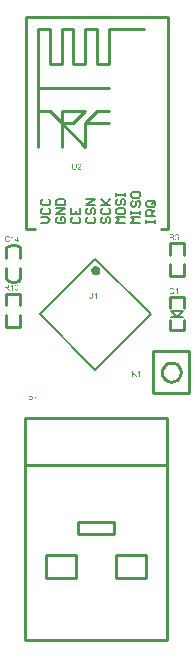
<source format=gto>
G04 Layer_Color=65535*
%FSLAX25Y25*%
%MOIN*%
G70*
G01*
G75*
%ADD15C,0.00600*%
%ADD16C,0.01000*%
%ADD36C,0.01575*%
%ADD37C,0.00787*%
%ADD38C,0.00500*%
G36*
X12289Y24412D02*
X12330D01*
X12376Y24409D01*
X12425Y24406D01*
X12471Y24402D01*
X12493Y24399D01*
X12513Y24396D01*
X12514D01*
X12519Y24394D01*
X12526Y24392D01*
X12536Y24391D01*
X12548Y24387D01*
X12562Y24384D01*
X12596Y24376D01*
X12632Y24363D01*
X12672Y24348D01*
X12712Y24328D01*
X12748Y24304D01*
X12750D01*
X12753Y24301D01*
X12758Y24298D01*
X12765Y24293D01*
X12781Y24278D01*
X12803Y24258D01*
X12828Y24231D01*
X12855Y24200D01*
X12879Y24162D01*
X12903Y24120D01*
Y24118D01*
X12906Y24115D01*
X12908Y24108D01*
X12913Y24100D01*
X12916Y24089D01*
X12921Y24075D01*
X12928Y24060D01*
X12933Y24044D01*
X12938Y24025D01*
X12944Y24006D01*
X12953Y23961D01*
X12959Y23911D01*
X12962Y23859D01*
Y23856D01*
Y23850D01*
X12961Y23836D01*
Y23818D01*
X12957Y23798D01*
X12954Y23773D01*
X12949Y23747D01*
X12943Y23717D01*
X12934Y23685D01*
X12924Y23652D01*
X12911Y23617D01*
X12896Y23582D01*
X12879Y23548D01*
X12858Y23513D01*
X12835Y23479D01*
X12806Y23446D01*
X12805Y23445D01*
X12800Y23440D01*
X12790Y23431D01*
X12776Y23420D01*
X12758Y23408D01*
X12735Y23393D01*
X12709Y23378D01*
X12677Y23363D01*
X12642Y23347D01*
X12601Y23332D01*
X12554Y23317D01*
X12503Y23305D01*
X12446Y23293D01*
X12385Y23285D01*
X12317Y23280D01*
X12244Y23279D01*
X11754D01*
Y22500D01*
X11500D01*
Y24414D01*
X12270D01*
X12289Y24412D01*
D02*
G37*
G36*
X46744Y32137D02*
X47582Y31000D01*
X47247D01*
X46566Y31966D01*
X46254Y31664D01*
Y31000D01*
X46000D01*
Y32914D01*
X46254D01*
Y31964D01*
X47203Y32914D01*
X47547D01*
X46744Y32137D01*
D02*
G37*
G36*
X14075Y22500D02*
X13839D01*
Y23996D01*
X13837Y23994D01*
X13836Y23992D01*
X13831Y23987D01*
X13824Y23982D01*
X13814Y23974D01*
X13804Y23966D01*
X13792Y23956D01*
X13779Y23944D01*
X13746Y23921D01*
X13708Y23893D01*
X13665Y23863D01*
X13615Y23833D01*
X13613Y23831D01*
X13608Y23830D01*
X13602Y23825D01*
X13592Y23820D01*
X13580Y23813D01*
X13567Y23806D01*
X13550Y23797D01*
X13533Y23788D01*
X13495Y23768D01*
X13454Y23748D01*
X13411Y23728D01*
X13369Y23712D01*
Y23939D01*
X13371Y23941D01*
X13377Y23944D01*
X13389Y23949D01*
X13402Y23956D01*
X13419Y23964D01*
X13439Y23976D01*
X13461Y23987D01*
X13485Y24002D01*
X13512Y24017D01*
X13539Y24035D01*
X13597Y24074D01*
X13656Y24117D01*
X13713Y24163D01*
X13714Y24165D01*
X13719Y24170D01*
X13726Y24177D01*
X13738Y24187D01*
X13749Y24198D01*
X13763Y24212D01*
X13778Y24228D01*
X13794Y24245D01*
X13829Y24284D01*
X13864Y24328D01*
X13895Y24374D01*
X13910Y24397D01*
X13922Y24421D01*
X14075D01*
Y22500D01*
D02*
G37*
G36*
X27504Y100808D02*
Y100805D01*
Y100795D01*
Y100780D01*
X27502Y100760D01*
Y100737D01*
X27501Y100709D01*
X27499Y100677D01*
X27496Y100642D01*
X27492Y100608D01*
X27487Y100569D01*
X27476Y100493D01*
X27459Y100418D01*
X27449Y100383D01*
X27438Y100350D01*
Y100349D01*
X27434Y100344D01*
X27431Y100334D01*
X27424Y100322D01*
X27418Y100307D01*
X27408Y100291D01*
X27398Y100272D01*
X27384Y100252D01*
X27369Y100231D01*
X27351Y100209D01*
X27333Y100186D01*
X27311Y100163D01*
X27286Y100139D01*
X27262Y100118D01*
X27233Y100095D01*
X27202Y100075D01*
X27200Y100073D01*
X27193Y100070D01*
X27185Y100065D01*
X27170Y100058D01*
X27154Y100050D01*
X27134Y100041D01*
X27110Y100031D01*
X27082Y100022D01*
X27052Y100012D01*
X27019Y100002D01*
X26981Y99993D01*
X26943Y99985D01*
X26900Y99978D01*
X26855Y99973D01*
X26807Y99970D01*
X26755Y99968D01*
X26729D01*
X26711Y99970D01*
X26687Y99972D01*
X26661Y99973D01*
X26632Y99977D01*
X26599Y99980D01*
X26566Y99985D01*
X26529Y99990D01*
X26456Y100007D01*
X26420Y100018D01*
X26384Y100030D01*
X26349Y100043D01*
X26315Y100060D01*
X26314Y100061D01*
X26309Y100065D01*
X26299Y100070D01*
X26287Y100076D01*
X26274Y100086D01*
X26257Y100098D01*
X26241Y100113D01*
X26222Y100128D01*
X26202Y100146D01*
X26183Y100166D01*
X26161Y100188D01*
X26141Y100213D01*
X26123Y100239D01*
X26105Y100267D01*
X26088Y100297D01*
X26073Y100329D01*
Y100330D01*
X26070Y100337D01*
X26066Y100347D01*
X26061Y100360D01*
X26056Y100379D01*
X26050Y100400D01*
X26043Y100425D01*
X26037Y100455D01*
X26030Y100486D01*
X26023Y100523D01*
X26017Y100563D01*
X26012Y100606D01*
X26007Y100651D01*
X26003Y100700D01*
X26002Y100754D01*
X26000Y100808D01*
Y101914D01*
X26254D01*
Y100810D01*
Y100807D01*
Y100798D01*
Y100787D01*
Y100769D01*
X26256Y100749D01*
Y100725D01*
X26257Y100699D01*
X26259Y100671D01*
X26266Y100611D01*
X26272Y100551D01*
X26279Y100521D01*
X26284Y100493D01*
X26291Y100467D01*
X26299Y100443D01*
Y100442D01*
X26300Y100438D01*
X26304Y100432D01*
X26307Y100423D01*
X26314Y100413D01*
X26319Y100403D01*
X26337Y100377D01*
X26359Y100347D01*
X26385Y100317D01*
X26418Y100287D01*
X26458Y100261D01*
X26460D01*
X26463Y100257D01*
X26470Y100256D01*
X26478Y100251D01*
X26490Y100246D01*
X26503Y100241D01*
X26518Y100236D01*
X26535Y100229D01*
X26554Y100222D01*
X26574Y100217D01*
X26598Y100213D01*
X26623Y100207D01*
X26676Y100201D01*
X26734Y100198D01*
X26745D01*
X26760Y100199D01*
X26779D01*
X26802Y100201D01*
X26828Y100204D01*
X26857Y100207D01*
X26888Y100214D01*
X26920Y100221D01*
X26953Y100229D01*
X26986Y100239D01*
X27019Y100251D01*
X27051Y100266D01*
X27079Y100282D01*
X27107Y100302D01*
X27130Y100324D01*
X27132Y100325D01*
X27135Y100330D01*
X27142Y100337D01*
X27149Y100349D01*
X27159Y100364D01*
X27169Y100383D01*
X27179Y100405D01*
X27190Y100432D01*
X27202Y100463D01*
X27212Y100498D01*
X27222Y100538D01*
X27232Y100583D01*
X27238Y100631D01*
X27245Y100686D01*
X27248Y100745D01*
X27250Y100810D01*
Y101914D01*
X27504D01*
Y100808D01*
D02*
G37*
G36*
X28492Y101919D02*
X28510D01*
X28533Y101916D01*
X28561Y101912D01*
X28591Y101907D01*
X28623Y101902D01*
X28658Y101894D01*
X28692Y101884D01*
X28729Y101871D01*
X28766Y101856D01*
X28802Y101839D01*
X28837Y101818D01*
X28870Y101795D01*
X28902Y101768D01*
X28903Y101766D01*
X28908Y101761D01*
X28917Y101753D01*
X28927Y101741D01*
X28940Y101726D01*
X28953Y101708D01*
X28966Y101687D01*
X28983Y101663D01*
X28998Y101637D01*
X29011Y101609D01*
X29026Y101577D01*
X29038Y101544D01*
X29048Y101509D01*
X29056Y101471D01*
X29061Y101431D01*
X29063Y101389D01*
Y101388D01*
Y101384D01*
Y101378D01*
Y101370D01*
X29061Y101359D01*
Y101346D01*
X29056Y101318D01*
X29051Y101283D01*
X29043Y101245D01*
X29031Y101204D01*
X29015Y101162D01*
Y101160D01*
X29013Y101157D01*
X29010Y101150D01*
X29006Y101144D01*
X29001Y101132D01*
X28995Y101120D01*
X28986Y101107D01*
X28978Y101092D01*
X28956Y101057D01*
X28930Y101018D01*
X28897Y100974D01*
X28859Y100930D01*
X28857Y100928D01*
X28853Y100925D01*
X28847Y100916D01*
X28839Y100906D01*
X28825Y100895D01*
X28810Y100880D01*
X28794Y100862D01*
X28774Y100842D01*
X28749Y100818D01*
X28722Y100794D01*
X28694Y100765D01*
X28661Y100735D01*
X28626Y100704D01*
X28586Y100669D01*
X28545Y100633D01*
X28498Y100593D01*
X28497Y100591D01*
X28488Y100584D01*
X28478Y100576D01*
X28463Y100564D01*
X28447Y100549D01*
X28429Y100533D01*
X28407Y100515D01*
X28385Y100496D01*
X28339Y100457D01*
X28294Y100417D01*
X28274Y100398D01*
X28254Y100380D01*
X28239Y100365D01*
X28226Y100352D01*
X28223Y100349D01*
X28216Y100342D01*
X28205Y100329D01*
X28191Y100312D01*
X28176Y100294D01*
X28160Y100272D01*
X28143Y100249D01*
X28128Y100226D01*
X29066D01*
Y100000D01*
X27801D01*
Y100002D01*
Y100003D01*
Y100008D01*
Y100015D01*
Y100031D01*
X27803Y100051D01*
X27806Y100076D01*
X27811Y100105D01*
X27818Y100133D01*
X27828Y100163D01*
Y100164D01*
X27829Y100169D01*
X27833Y100176D01*
X27838Y100184D01*
X27843Y100196D01*
X27849Y100211D01*
X27856Y100226D01*
X27866Y100242D01*
X27886Y100282D01*
X27914Y100324D01*
X27946Y100370D01*
X27982Y100417D01*
X27984Y100418D01*
X27987Y100422D01*
X27994Y100430D01*
X28002Y100438D01*
X28014Y100450D01*
X28027Y100465D01*
X28042Y100481D01*
X28060Y100500D01*
X28082Y100520D01*
X28103Y100541D01*
X28130Y100566D01*
X28156Y100591D01*
X28186Y100618D01*
X28218Y100646D01*
X28253Y100676D01*
X28289Y100706D01*
X28291D01*
X28293Y100709D01*
X28302Y100717D01*
X28319Y100730D01*
X28339Y100749D01*
X28365Y100770D01*
X28394Y100795D01*
X28425Y100823D01*
X28458Y100853D01*
X28493Y100885D01*
X28530Y100918D01*
X28565Y100951D01*
X28600Y100986D01*
X28631Y101019D01*
X28661Y101052D01*
X28688Y101082D01*
X28711Y101112D01*
X28712Y101114D01*
X28716Y101119D01*
X28721Y101127D01*
X28727Y101137D01*
X28736Y101150D01*
X28746Y101167D01*
X28756Y101184D01*
X28766Y101204D01*
X28785Y101247D01*
X28804Y101295D01*
X28810Y101320D01*
X28815Y101345D01*
X28819Y101370D01*
X28820Y101394D01*
Y101396D01*
Y101401D01*
Y101408D01*
X28819Y101418D01*
X28817Y101429D01*
X28815Y101444D01*
X28812Y101459D01*
X28809Y101476D01*
X28795Y101514D01*
X28789Y101532D01*
X28779Y101552D01*
X28767Y101572D01*
X28754Y101592D01*
X28739Y101612D01*
X28721Y101630D01*
X28719Y101632D01*
X28716Y101635D01*
X28711Y101638D01*
X28703Y101645D01*
X28692Y101652D01*
X28681Y101660D01*
X28668Y101670D01*
X28651Y101678D01*
X28633Y101687D01*
X28613Y101697D01*
X28591Y101705D01*
X28568Y101711D01*
X28545Y101718D01*
X28518Y101723D01*
X28490Y101725D01*
X28460Y101726D01*
X28444D01*
X28432Y101725D01*
X28419Y101723D01*
X28402Y101721D01*
X28382Y101718D01*
X28362Y101713D01*
X28319Y101701D01*
X28297Y101693D01*
X28274Y101683D01*
X28253Y101672D01*
X28231Y101657D01*
X28209Y101642D01*
X28190Y101623D01*
X28188Y101622D01*
X28185Y101619D01*
X28180Y101613D01*
X28175Y101605D01*
X28166Y101594D01*
X28158Y101582D01*
X28148Y101567D01*
X28140Y101550D01*
X28130Y101531D01*
X28120Y101509D01*
X28111Y101486D01*
X28105Y101461D01*
X28098Y101434D01*
X28093Y101404D01*
X28090Y101374D01*
X28088Y101341D01*
X27846Y101366D01*
Y101370D01*
X27848Y101378D01*
X27849Y101393D01*
X27853Y101411D01*
X27856Y101433D01*
X27863Y101459D01*
X27869Y101487D01*
X27878Y101519D01*
X27889Y101552D01*
X27901Y101585D01*
X27916Y101620D01*
X27934Y101653D01*
X27954Y101688D01*
X27975Y101720D01*
X28002Y101750D01*
X28030Y101778D01*
X28032Y101779D01*
X28038Y101785D01*
X28047Y101791D01*
X28060Y101799D01*
X28077Y101811D01*
X28097Y101823D01*
X28120Y101836D01*
X28146Y101849D01*
X28175Y101863D01*
X28208Y101876D01*
X28244Y101887D01*
X28282Y101899D01*
X28324Y101907D01*
X28369Y101914D01*
X28415Y101919D01*
X28465Y101921D01*
X28477D01*
X28492Y101919D01*
D02*
G37*
G36*
X61221Y58500D02*
X60985D01*
Y59996D01*
X60983Y59994D01*
X60982Y59992D01*
X60977Y59987D01*
X60970Y59982D01*
X60960Y59974D01*
X60950Y59966D01*
X60939Y59956D01*
X60925Y59944D01*
X60892Y59921D01*
X60854Y59893D01*
X60811Y59863D01*
X60761Y59833D01*
X60759Y59831D01*
X60754Y59830D01*
X60748Y59825D01*
X60738Y59820D01*
X60726Y59813D01*
X60713Y59806D01*
X60696Y59797D01*
X60680Y59788D01*
X60641Y59768D01*
X60600Y59748D01*
X60557Y59728D01*
X60515Y59712D01*
Y59939D01*
X60517Y59941D01*
X60523Y59944D01*
X60535Y59949D01*
X60548Y59956D01*
X60565Y59964D01*
X60585Y59976D01*
X60606Y59987D01*
X60631Y60002D01*
X60658Y60017D01*
X60685Y60036D01*
X60743Y60074D01*
X60802Y60117D01*
X60859Y60163D01*
X60861Y60165D01*
X60865Y60170D01*
X60872Y60177D01*
X60884Y60187D01*
X60895Y60198D01*
X60909Y60211D01*
X60924Y60228D01*
X60940Y60245D01*
X60975Y60285D01*
X61010Y60328D01*
X61041Y60374D01*
X61056Y60397D01*
X61068Y60421D01*
X61221D01*
Y58500D01*
D02*
G37*
G36*
X59235Y60412D02*
X59259D01*
X59285Y60411D01*
X59340Y60407D01*
X59396Y60402D01*
X59451Y60396D01*
X59476Y60391D01*
X59499Y60386D01*
X59501D01*
X59506Y60384D01*
X59516Y60382D01*
X59527Y60379D01*
X59541Y60374D01*
X59557Y60369D01*
X59576Y60362D01*
X59596Y60354D01*
X59640Y60336D01*
X59687Y60311D01*
X59735Y60283D01*
X59780Y60248D01*
X59781Y60246D01*
X59786Y60241D01*
X59795Y60235D01*
X59805Y60225D01*
X59818Y60213D01*
X59831Y60197D01*
X59848Y60180D01*
X59864Y60160D01*
X59883Y60137D01*
X59901Y60112D01*
X59921Y60085D01*
X59939Y60055D01*
X59957Y60026D01*
X59974Y59992D01*
X59991Y59957D01*
X60006Y59921D01*
X60007Y59919D01*
X60009Y59913D01*
X60012Y59901D01*
X60017Y59886D01*
X60024Y59866D01*
X60031Y59845D01*
X60037Y59818D01*
X60044Y59790D01*
X60050Y59757D01*
X60057Y59722D01*
X60064Y59685D01*
X60070Y59645D01*
X60075Y59604D01*
X60079Y59559D01*
X60082Y59513D01*
Y59466D01*
Y59465D01*
Y59456D01*
Y59444D01*
Y59430D01*
X60080Y59411D01*
X60079Y59388D01*
X60077Y59363D01*
X60075Y59337D01*
X60074Y59307D01*
X60069Y59277D01*
X60060Y59210D01*
X60047Y59144D01*
X60031Y59079D01*
Y59078D01*
X60029Y59073D01*
X60026Y59063D01*
X60021Y59051D01*
X60016Y59038D01*
X60011Y59021D01*
X60002Y59001D01*
X59996Y58981D01*
X59976Y58938D01*
X59954Y58892D01*
X59928Y58844D01*
X59899Y58801D01*
X59898Y58799D01*
X59896Y58795D01*
X59891Y58790D01*
X59886Y58782D01*
X59869Y58762D01*
X59848Y58737D01*
X59821Y58711D01*
X59791Y58681D01*
X59760Y58653D01*
X59725Y58628D01*
X59723D01*
X59720Y58625D01*
X59715Y58621D01*
X59708Y58618D01*
X59698Y58613D01*
X59689Y58606D01*
X59675Y58600D01*
X59660Y58593D01*
X59627Y58576D01*
X59589Y58561D01*
X59544Y58545D01*
X59496Y58531D01*
X59494D01*
X59489Y58530D01*
X59483Y58528D01*
X59473Y58527D01*
X59460Y58525D01*
X59444Y58522D01*
X59428Y58518D01*
X59408Y58517D01*
X59386Y58513D01*
X59363Y58510D01*
X59337Y58507D01*
X59310Y58505D01*
X59252Y58502D01*
X59189Y58500D01*
X58500D01*
Y60414D01*
X59214D01*
X59235Y60412D01*
D02*
G37*
G36*
X59411Y78412D02*
X59436Y78411D01*
X59463Y78409D01*
X59493Y78407D01*
X59556Y78401D01*
X59620Y78392D01*
X59652Y78386D01*
X59682Y78379D01*
X59710Y78371D01*
X59737Y78361D01*
X59738D01*
X59743Y78359D01*
X59750Y78356D01*
X59758Y78351D01*
X59770Y78344D01*
X59783Y78338D01*
X59813Y78319D01*
X59846Y78294D01*
X59864Y78280D01*
X59883Y78263D01*
X59899Y78245D01*
X59918Y78223D01*
X59934Y78202D01*
X59949Y78178D01*
X59951Y78177D01*
X59952Y78172D01*
X59956Y78165D01*
X59962Y78155D01*
X59967Y78143D01*
X59974Y78128D01*
X59982Y78112D01*
X59989Y78094D01*
X59997Y78074D01*
X60004Y78052D01*
X60017Y78002D01*
X60026Y77949D01*
X60027Y77921D01*
X60029Y77891D01*
Y77889D01*
Y77883D01*
Y77871D01*
X60027Y77858D01*
X60026Y77840D01*
X60022Y77820D01*
X60017Y77797D01*
X60012Y77772D01*
X60006Y77747D01*
X59997Y77718D01*
X59986Y77690D01*
X59972Y77660D01*
X59957Y77632D01*
X59939Y77602D01*
X59919Y77574D01*
X59896Y77548D01*
X59894Y77546D01*
X59889Y77541D01*
X59883Y77534D01*
X59871Y77526D01*
X59858Y77514D01*
X59840Y77501D01*
X59820Y77488D01*
X59797Y77473D01*
X59770Y77458D01*
X59740Y77443D01*
X59705Y77428D01*
X59669Y77415D01*
X59629Y77401D01*
X59586Y77390D01*
X59539Y77380D01*
X59489Y77372D01*
X59491D01*
X59494Y77370D01*
X59499Y77367D01*
X59506Y77363D01*
X59524Y77353D01*
X59546Y77342D01*
X59571Y77327D01*
X59597Y77310D01*
X59620Y77293D01*
X59642Y77275D01*
X59644Y77274D01*
X59647Y77270D01*
X59654Y77265D01*
X59660Y77257D01*
X59670Y77247D01*
X59682Y77235D01*
X59695Y77222D01*
X59710Y77205D01*
X59725Y77187D01*
X59742Y77169D01*
X59777Y77126D01*
X59815Y77076D01*
X59851Y77021D01*
X60183Y76500D01*
X59866D01*
X59614Y76898D01*
X59612Y76900D01*
X59609Y76907D01*
X59604Y76915D01*
X59596Y76927D01*
X59586Y76942D01*
X59576Y76958D01*
X59562Y76976D01*
X59549Y76995D01*
X59521Y77038D01*
X59489Y77081D01*
X59460Y77122D01*
X59444Y77142D01*
X59431Y77161D01*
Y77162D01*
X59428Y77164D01*
X59425Y77169D01*
X59420Y77176D01*
X59406Y77192D01*
X59388Y77212D01*
X59368Y77232D01*
X59347Y77254D01*
X59323Y77274D01*
X59302Y77289D01*
X59300Y77290D01*
X59292Y77295D01*
X59280Y77300D01*
X59267Y77308D01*
X59249Y77317D01*
X59230Y77325D01*
X59209Y77333D01*
X59187Y77340D01*
X59186D01*
X59179Y77342D01*
X59169Y77343D01*
X59154Y77345D01*
X59134Y77347D01*
X59109Y77348D01*
X59081Y77350D01*
X58754D01*
Y76500D01*
X58500D01*
Y78414D01*
X59390D01*
X59411Y78412D01*
D02*
G37*
G36*
X48585Y31000D02*
X48349D01*
Y32496D01*
X48347Y32494D01*
X48346Y32492D01*
X48341Y32487D01*
X48334Y32482D01*
X48324Y32474D01*
X48314Y32466D01*
X48302Y32456D01*
X48289Y32444D01*
X48256Y32421D01*
X48218Y32393D01*
X48175Y32363D01*
X48125Y32333D01*
X48123Y32331D01*
X48118Y32330D01*
X48112Y32325D01*
X48102Y32320D01*
X48090Y32313D01*
X48077Y32306D01*
X48060Y32296D01*
X48044Y32288D01*
X48005Y32268D01*
X47964Y32248D01*
X47921Y32228D01*
X47879Y32212D01*
Y32439D01*
X47881Y32441D01*
X47887Y32444D01*
X47899Y32449D01*
X47912Y32456D01*
X47929Y32464D01*
X47949Y32476D01*
X47970Y32487D01*
X47995Y32502D01*
X48022Y32517D01*
X48048Y32535D01*
X48107Y32574D01*
X48166Y32617D01*
X48223Y32663D01*
X48224Y32665D01*
X48229Y32670D01*
X48236Y32677D01*
X48248Y32687D01*
X48259Y32698D01*
X48272Y32711D01*
X48287Y32728D01*
X48304Y32745D01*
X48339Y32785D01*
X48374Y32828D01*
X48405Y32874D01*
X48420Y32897D01*
X48432Y32921D01*
X48585D01*
Y31000D01*
D02*
G37*
G36*
X60957Y78419D02*
X60970D01*
X60987Y78417D01*
X61005Y78416D01*
X61025Y78412D01*
X61070Y78404D01*
X61120Y78392D01*
X61169Y78376D01*
X61219Y78353D01*
X61221D01*
X61226Y78349D01*
X61232Y78346D01*
X61241Y78341D01*
X61252Y78334D01*
X61264Y78326D01*
X61294Y78304D01*
X61325Y78280D01*
X61358Y78248D01*
X61392Y78211D01*
X61420Y78170D01*
X61422Y78168D01*
X61423Y78165D01*
X61427Y78158D01*
X61432Y78150D01*
X61436Y78138D01*
X61443Y78127D01*
X61450Y78112D01*
X61457Y78095D01*
X61468Y78059D01*
X61480Y78017D01*
X61488Y77971D01*
X61491Y77947D01*
Y77923D01*
Y77921D01*
Y77918D01*
Y77911D01*
X61490Y77903D01*
Y77891D01*
X61488Y77878D01*
X61483Y77848D01*
X61475Y77813D01*
X61463Y77775D01*
X61446Y77737D01*
X61423Y77697D01*
Y77695D01*
X61420Y77692D01*
X61417Y77687D01*
X61412Y77680D01*
X61395Y77662D01*
X61374Y77639D01*
X61347Y77614D01*
X61312Y77586D01*
X61272Y77561D01*
X61227Y77536D01*
X61229D01*
X61236Y77534D01*
X61244Y77531D01*
X61256Y77527D01*
X61269Y77523D01*
X61286Y77518D01*
X61304Y77509D01*
X61324Y77501D01*
X61367Y77479D01*
X61388Y77466D01*
X61410Y77451D01*
X61432Y77435D01*
X61453Y77415D01*
X61473Y77395D01*
X61491Y77373D01*
X61493Y77372D01*
X61495Y77368D01*
X61500Y77360D01*
X61506Y77352D01*
X61513Y77338D01*
X61521Y77325D01*
X61529Y77308D01*
X61540Y77289D01*
X61548Y77267D01*
X61556Y77244D01*
X61564Y77219D01*
X61571Y77191D01*
X61578Y77162D01*
X61583Y77131D01*
X61584Y77099D01*
X61586Y77064D01*
Y77061D01*
Y77053D01*
X61584Y77039D01*
X61583Y77023D01*
X61581Y77001D01*
X61576Y76976D01*
X61571Y76948D01*
X61563Y76917D01*
X61553Y76885D01*
X61541Y76850D01*
X61526Y76815D01*
X61508Y76779D01*
X61486Y76744D01*
X61463Y76708D01*
X61435Y76673D01*
X61402Y76639D01*
X61400Y76638D01*
X61393Y76633D01*
X61383Y76623D01*
X61369Y76613D01*
X61350Y76600D01*
X61329Y76585D01*
X61304Y76570D01*
X61276Y76553D01*
X61244Y76537D01*
X61209Y76522D01*
X61171Y76507D01*
X61129Y76493D01*
X61086Y76483D01*
X61040Y76475D01*
X60992Y76468D01*
X60940Y76467D01*
X60929D01*
X60915Y76468D01*
X60899D01*
X60877Y76472D01*
X60852Y76475D01*
X60824Y76480D01*
X60794Y76485D01*
X60761Y76493D01*
X60728Y76503D01*
X60693Y76515D01*
X60658Y76530D01*
X60622Y76547D01*
X60588Y76566D01*
X60553Y76590D01*
X60522Y76616D01*
X60520Y76618D01*
X60515Y76623D01*
X60507Y76631D01*
X60495Y76644D01*
X60482Y76659D01*
X60469Y76676D01*
X60452Y76697D01*
X60436Y76722D01*
X60419Y76749D01*
X60402Y76777D01*
X60387Y76810D01*
X60373Y76845D01*
X60359Y76882D01*
X60348Y76922D01*
X60339Y76963D01*
X60333Y77006D01*
X60568Y77038D01*
Y77036D01*
X60570Y77030D01*
X60573Y77020D01*
X60577Y77005D01*
X60580Y76988D01*
X60587Y76970D01*
X60593Y76948D01*
X60600Y76927D01*
X60620Y76878D01*
X60643Y76832D01*
X60656Y76809D01*
X60671Y76787D01*
X60688Y76767D01*
X60704Y76749D01*
X60706Y76747D01*
X60710Y76746D01*
X60714Y76741D01*
X60723Y76736D01*
X60731Y76729D01*
X60743Y76721D01*
X60756Y76713D01*
X60771Y76706D01*
X60806Y76689D01*
X60846Y76674D01*
X60892Y76664D01*
X60917Y76663D01*
X60942Y76661D01*
X60958D01*
X60970Y76663D01*
X60983Y76664D01*
X61000Y76668D01*
X61018Y76671D01*
X61040Y76676D01*
X61061Y76681D01*
X61083Y76689D01*
X61106Y76697D01*
X61131Y76709D01*
X61154Y76722D01*
X61178Y76737D01*
X61201Y76756D01*
X61222Y76776D01*
X61224Y76777D01*
X61227Y76780D01*
X61232Y76787D01*
X61241Y76796D01*
X61249Y76807D01*
X61259Y76820D01*
X61269Y76837D01*
X61281Y76854D01*
X61291Y76873D01*
X61300Y76895D01*
X61310Y76918D01*
X61319Y76943D01*
X61327Y76970D01*
X61332Y76998D01*
X61335Y77028D01*
X61337Y77059D01*
Y77061D01*
Y77066D01*
Y77074D01*
X61335Y77086D01*
X61334Y77101D01*
X61332Y77116D01*
X61329Y77134D01*
X61324Y77154D01*
X61310Y77196D01*
X61302Y77219D01*
X61292Y77240D01*
X61281Y77264D01*
X61266Y77285D01*
X61249Y77307D01*
X61231Y77327D01*
X61229Y77328D01*
X61226Y77332D01*
X61219Y77337D01*
X61212Y77343D01*
X61201Y77352D01*
X61189Y77360D01*
X61174Y77370D01*
X61158Y77380D01*
X61139Y77388D01*
X61118Y77398D01*
X61096Y77406D01*
X61073Y77415D01*
X61046Y77421D01*
X61020Y77426D01*
X60992Y77430D01*
X60962Y77431D01*
X60950D01*
X60935Y77430D01*
X60917Y77428D01*
X60892Y77425D01*
X60864Y77421D01*
X60832Y77415D01*
X60796Y77406D01*
X60822Y77612D01*
X60826D01*
X60836Y77610D01*
X60849Y77609D01*
X60875D01*
X60885Y77610D01*
X60899D01*
X60914Y77614D01*
X60932Y77615D01*
X60950Y77619D01*
X60992Y77629D01*
X61036Y77642D01*
X61083Y77662D01*
X61106Y77674D01*
X61129Y77687D01*
X61131Y77689D01*
X61134Y77690D01*
X61141Y77695D01*
X61148Y77702D01*
X61158Y77710D01*
X61168Y77720D01*
X61178Y77732D01*
X61189Y77747D01*
X61201Y77763D01*
X61211Y77780D01*
X61221Y77800D01*
X61231Y77821D01*
X61237Y77846D01*
X61244Y77871D01*
X61247Y77899D01*
X61249Y77929D01*
Y77931D01*
Y77934D01*
Y77941D01*
X61247Y77951D01*
X61246Y77961D01*
X61244Y77974D01*
X61237Y78004D01*
X61227Y78037D01*
X61212Y78074D01*
X61203Y78090D01*
X61191Y78109D01*
X61176Y78125D01*
X61161Y78142D01*
X61159Y78143D01*
X61158Y78145D01*
X61153Y78150D01*
X61144Y78155D01*
X61136Y78162D01*
X61126Y78168D01*
X61115Y78177D01*
X61100Y78185D01*
X61068Y78202D01*
X61028Y78215D01*
X60985Y78225D01*
X60960Y78226D01*
X60935Y78228D01*
X60922D01*
X60912Y78226D01*
X60900Y78225D01*
X60887Y78223D01*
X60856Y78218D01*
X60821Y78206D01*
X60782Y78192D01*
X60763Y78182D01*
X60744Y78170D01*
X60726Y78157D01*
X60708Y78142D01*
X60706Y78140D01*
X60704Y78138D01*
X60699Y78133D01*
X60693Y78125D01*
X60686Y78117D01*
X60678Y78105D01*
X60668Y78092D01*
X60660Y78077D01*
X60650Y78060D01*
X60640Y78040D01*
X60630Y78019D01*
X60620Y77996D01*
X60611Y77971D01*
X60603Y77944D01*
X60597Y77914D01*
X60592Y77883D01*
X60356Y77924D01*
Y77928D01*
X60357Y77934D01*
X60361Y77947D01*
X60364Y77962D01*
X60371Y77982D01*
X60378Y78006D01*
X60386Y78031D01*
X60396Y78059D01*
X60407Y78087D01*
X60422Y78117D01*
X60437Y78147D01*
X60456Y78178D01*
X60475Y78208D01*
X60499Y78236D01*
X60523Y78265D01*
X60550Y78290D01*
X60552Y78291D01*
X60557Y78294D01*
X60565Y78301D01*
X60578Y78309D01*
X60593Y78319D01*
X60610Y78331D01*
X60631Y78343D01*
X60655Y78356D01*
X60681Y78368D01*
X60710Y78379D01*
X60741Y78391D01*
X60774Y78401D01*
X60811Y78409D01*
X60849Y78416D01*
X60889Y78419D01*
X60930Y78421D01*
X60945D01*
X60957Y78419D01*
D02*
G37*
G36*
X34216Y57000D02*
X33980D01*
Y58496D01*
X33978Y58494D01*
X33977Y58492D01*
X33972Y58487D01*
X33965Y58482D01*
X33955Y58474D01*
X33945Y58466D01*
X33934Y58456D01*
X33920Y58444D01*
X33887Y58421D01*
X33849Y58393D01*
X33806Y58363D01*
X33756Y58333D01*
X33754Y58331D01*
X33749Y58330D01*
X33743Y58325D01*
X33733Y58320D01*
X33721Y58313D01*
X33708Y58306D01*
X33691Y58297D01*
X33675Y58288D01*
X33636Y58268D01*
X33595Y58248D01*
X33552Y58228D01*
X33510Y58212D01*
Y58439D01*
X33512Y58441D01*
X33519Y58444D01*
X33530Y58449D01*
X33544Y58456D01*
X33560Y58464D01*
X33580Y58476D01*
X33602Y58487D01*
X33626Y58502D01*
X33653Y58517D01*
X33680Y58535D01*
X33738Y58574D01*
X33797Y58617D01*
X33854Y58663D01*
X33856Y58665D01*
X33860Y58670D01*
X33867Y58677D01*
X33879Y58687D01*
X33890Y58698D01*
X33904Y58711D01*
X33919Y58728D01*
X33935Y58745D01*
X33970Y58785D01*
X34005Y58828D01*
X34036Y58874D01*
X34051Y58897D01*
X34063Y58921D01*
X34216D01*
Y57000D01*
D02*
G37*
G36*
X6216Y59700D02*
X5980D01*
Y61196D01*
X5978Y61194D01*
X5977Y61192D01*
X5972Y61187D01*
X5965Y61182D01*
X5955Y61174D01*
X5945Y61166D01*
X5934Y61156D01*
X5920Y61144D01*
X5887Y61121D01*
X5849Y61093D01*
X5806Y61063D01*
X5756Y61033D01*
X5754Y61031D01*
X5749Y61030D01*
X5743Y61025D01*
X5733Y61020D01*
X5721Y61013D01*
X5708Y61006D01*
X5691Y60997D01*
X5675Y60988D01*
X5636Y60968D01*
X5595Y60948D01*
X5552Y60928D01*
X5510Y60912D01*
Y61139D01*
X5512Y61141D01*
X5519Y61144D01*
X5530Y61149D01*
X5544Y61156D01*
X5560Y61164D01*
X5580Y61176D01*
X5602Y61187D01*
X5627Y61202D01*
X5653Y61217D01*
X5680Y61235D01*
X5738Y61274D01*
X5797Y61317D01*
X5854Y61363D01*
X5855Y61365D01*
X5861Y61370D01*
X5867Y61377D01*
X5879Y61387D01*
X5890Y61398D01*
X5904Y61411D01*
X5919Y61428D01*
X5935Y61445D01*
X5970Y61484D01*
X6005Y61528D01*
X6036Y61574D01*
X6051Y61597D01*
X6063Y61621D01*
X6216D01*
Y59700D01*
D02*
G37*
G36*
X6394Y75900D02*
X6158D01*
Y77396D01*
X6156Y77394D01*
X6155Y77392D01*
X6150Y77387D01*
X6143Y77382D01*
X6133Y77374D01*
X6123Y77366D01*
X6112Y77356D01*
X6098Y77344D01*
X6065Y77321D01*
X6027Y77293D01*
X5984Y77263D01*
X5934Y77233D01*
X5932Y77231D01*
X5927Y77230D01*
X5921Y77225D01*
X5911Y77220D01*
X5899Y77213D01*
X5886Y77206D01*
X5869Y77197D01*
X5853Y77188D01*
X5814Y77168D01*
X5773Y77148D01*
X5730Y77128D01*
X5688Y77112D01*
Y77339D01*
X5690Y77341D01*
X5697Y77344D01*
X5708Y77349D01*
X5722Y77356D01*
X5738Y77364D01*
X5758Y77376D01*
X5780Y77387D01*
X5804Y77402D01*
X5831Y77417D01*
X5858Y77435D01*
X5916Y77474D01*
X5976Y77517D01*
X6032Y77563D01*
X6034Y77565D01*
X6038Y77570D01*
X6045Y77577D01*
X6057Y77587D01*
X6068Y77598D01*
X6082Y77612D01*
X6097Y77628D01*
X6113Y77645D01*
X6148Y77684D01*
X6183Y77728D01*
X6214Y77774D01*
X6229Y77797D01*
X6241Y77821D01*
X6394D01*
Y75900D01*
D02*
G37*
G36*
X7984Y76574D02*
X8243D01*
Y76358D01*
X7984D01*
Y75900D01*
X7748D01*
Y76358D01*
X6918D01*
Y76574D01*
X7791Y77814D01*
X7984D01*
Y76574D01*
D02*
G37*
G36*
X4411Y61612D02*
X4436Y61611D01*
X4463Y61609D01*
X4493Y61607D01*
X4556Y61601D01*
X4620Y61592D01*
X4652Y61586D01*
X4682Y61579D01*
X4710Y61571D01*
X4737Y61561D01*
X4738D01*
X4743Y61559D01*
X4750Y61556D01*
X4758Y61551D01*
X4770Y61544D01*
X4783Y61538D01*
X4813Y61519D01*
X4846Y61494D01*
X4865Y61480D01*
X4883Y61463D01*
X4899Y61445D01*
X4918Y61423D01*
X4934Y61401D01*
X4949Y61378D01*
X4951Y61377D01*
X4953Y61372D01*
X4956Y61365D01*
X4963Y61355D01*
X4967Y61343D01*
X4974Y61329D01*
X4982Y61312D01*
X4989Y61294D01*
X4997Y61274D01*
X5004Y61252D01*
X5017Y61202D01*
X5026Y61149D01*
X5027Y61121D01*
X5029Y61091D01*
Y61089D01*
Y61083D01*
Y61071D01*
X5027Y61058D01*
X5026Y61040D01*
X5022Y61020D01*
X5017Y60997D01*
X5012Y60972D01*
X5006Y60947D01*
X4997Y60918D01*
X4986Y60890D01*
X4972Y60860D01*
X4958Y60832D01*
X4939Y60802D01*
X4919Y60774D01*
X4896Y60747D01*
X4894Y60746D01*
X4889Y60741D01*
X4883Y60734D01*
X4871Y60726D01*
X4858Y60714D01*
X4840Y60701D01*
X4820Y60688D01*
X4797Y60673D01*
X4770Y60658D01*
X4740Y60643D01*
X4705Y60628D01*
X4669Y60615D01*
X4629Y60601D01*
X4586Y60590D01*
X4539Y60580D01*
X4489Y60571D01*
X4491D01*
X4494Y60570D01*
X4499Y60567D01*
X4506Y60563D01*
X4524Y60553D01*
X4546Y60542D01*
X4571Y60527D01*
X4597Y60510D01*
X4620Y60493D01*
X4642Y60475D01*
X4644Y60474D01*
X4647Y60470D01*
X4654Y60465D01*
X4660Y60457D01*
X4670Y60447D01*
X4682Y60435D01*
X4695Y60422D01*
X4710Y60405D01*
X4725Y60387D01*
X4742Y60369D01*
X4777Y60326D01*
X4815Y60276D01*
X4851Y60221D01*
X5183Y59700D01*
X4866D01*
X4614Y60098D01*
X4612Y60100D01*
X4609Y60107D01*
X4604Y60115D01*
X4596Y60127D01*
X4586Y60142D01*
X4576Y60158D01*
X4562Y60176D01*
X4549Y60195D01*
X4521Y60238D01*
X4489Y60281D01*
X4459Y60322D01*
X4445Y60342D01*
X4431Y60361D01*
Y60362D01*
X4428Y60364D01*
X4425Y60369D01*
X4420Y60376D01*
X4406Y60392D01*
X4388Y60412D01*
X4368Y60432D01*
X4347Y60454D01*
X4323Y60474D01*
X4302Y60488D01*
X4300Y60490D01*
X4292Y60495D01*
X4280Y60500D01*
X4267Y60508D01*
X4249Y60517D01*
X4230Y60525D01*
X4209Y60533D01*
X4187Y60540D01*
X4186D01*
X4179Y60542D01*
X4169Y60543D01*
X4154Y60545D01*
X4134Y60547D01*
X4109Y60548D01*
X4081Y60550D01*
X3754D01*
Y59700D01*
X3500D01*
Y61614D01*
X4390D01*
X4411Y61612D01*
D02*
G37*
G36*
X7469Y61619D02*
X7482D01*
X7497Y61617D01*
X7514Y61616D01*
X7534Y61612D01*
X7575Y61606D01*
X7620Y61594D01*
X7667Y61579D01*
X7711Y61558D01*
X7713D01*
X7716Y61554D01*
X7723Y61551D01*
X7731Y61546D01*
X7741Y61539D01*
X7753Y61533D01*
X7779Y61513D01*
X7811Y61486D01*
X7843Y61456D01*
X7874Y61420D01*
X7904Y61378D01*
X7906Y61377D01*
X7907Y61373D01*
X7911Y61367D01*
X7917Y61358D01*
X7922Y61347D01*
X7931Y61333D01*
X7939Y61317D01*
X7947Y61299D01*
X7957Y61280D01*
X7967Y61259D01*
X7977Y61234D01*
X7987Y61209D01*
X8005Y61154D01*
X8023Y61094D01*
Y61093D01*
X8025Y61086D01*
X8027Y61078D01*
X8030Y61064D01*
X8033Y61046D01*
X8037Y61026D01*
X8042Y61003D01*
X8045Y60975D01*
X8048Y60945D01*
X8053Y60910D01*
X8057Y60874D01*
X8060Y60834D01*
X8063Y60791D01*
X8065Y60744D01*
X8067Y60694D01*
Y60643D01*
Y60641D01*
Y60640D01*
Y60635D01*
Y60628D01*
Y60610D01*
X8065Y60586D01*
Y60558D01*
X8063Y60525D01*
X8062Y60488D01*
X8058Y60449D01*
X8055Y60405D01*
X8050Y60362D01*
X8037Y60271D01*
X8030Y60226D01*
X8020Y60181D01*
X8009Y60138D01*
X7997Y60098D01*
Y60097D01*
X7994Y60090D01*
X7990Y60079D01*
X7984Y60065D01*
X7977Y60047D01*
X7967Y60027D01*
X7957Y60005D01*
X7946Y59982D01*
X7916Y59931D01*
X7881Y59878D01*
X7838Y59826D01*
X7814Y59801D01*
X7789Y59780D01*
X7788Y59778D01*
X7783Y59775D01*
X7776Y59770D01*
X7764Y59763D01*
X7751Y59753D01*
X7735Y59745D01*
X7716Y59735D01*
X7695Y59725D01*
X7670Y59713D01*
X7645Y59703D01*
X7615Y59695D01*
X7585Y59687D01*
X7552Y59678D01*
X7517Y59673D01*
X7481Y59670D01*
X7442Y59668D01*
X7431D01*
X7416Y59670D01*
X7396Y59672D01*
X7373Y59675D01*
X7346Y59678D01*
X7316Y59685D01*
X7285Y59693D01*
X7250Y59703D01*
X7215Y59717D01*
X7179Y59732D01*
X7142Y59751D01*
X7106Y59773D01*
X7072Y59800D01*
X7039Y59829D01*
X7008Y59864D01*
X7006Y59868D01*
X6999Y59876D01*
X6991Y59891D01*
X6978Y59911D01*
X6964Y59937D01*
X6948Y59969D01*
X6931Y60007D01*
X6913Y60052D01*
X6895Y60103D01*
X6878Y60160D01*
X6861Y60225D01*
X6848Y60294D01*
X6842Y60333D01*
X6837Y60371D01*
X6832Y60412D01*
X6827Y60455D01*
X6823Y60500D01*
X6820Y60545D01*
X6818Y60593D01*
Y60643D01*
Y60645D01*
Y60646D01*
Y60651D01*
Y60658D01*
Y60676D01*
X6820Y60699D01*
Y60728D01*
X6822Y60761D01*
X6825Y60797D01*
X6827Y60839D01*
X6832Y60880D01*
X6835Y60925D01*
X6848Y61016D01*
X6857Y61061D01*
X6865Y61106D01*
X6876Y61149D01*
X6888Y61189D01*
X6890Y61191D01*
X6891Y61199D01*
X6895Y61209D01*
X6901Y61224D01*
X6908Y61241D01*
X6918Y61260D01*
X6928Y61282D01*
X6939Y61307D01*
X6969Y61358D01*
X7004Y61411D01*
X7047Y61463D01*
X7071Y61486D01*
X7096Y61508D01*
X7097Y61509D01*
X7102Y61513D01*
X7111Y61518D01*
X7120Y61526D01*
X7134Y61534D01*
X7150Y61544D01*
X7169Y61554D01*
X7190Y61564D01*
X7215Y61574D01*
X7242Y61586D01*
X7270Y61594D01*
X7300Y61602D01*
X7333Y61611D01*
X7368Y61616D01*
X7404Y61619D01*
X7442Y61621D01*
X7457D01*
X7469Y61619D01*
D02*
G37*
G36*
X33004Y57808D02*
Y57805D01*
Y57795D01*
Y57780D01*
X33002Y57760D01*
Y57737D01*
X33001Y57709D01*
X32999Y57677D01*
X32996Y57642D01*
X32992Y57608D01*
X32987Y57569D01*
X32976Y57493D01*
X32959Y57418D01*
X32949Y57384D01*
X32938Y57350D01*
Y57349D01*
X32934Y57344D01*
X32931Y57334D01*
X32924Y57322D01*
X32918Y57307D01*
X32908Y57291D01*
X32898Y57272D01*
X32884Y57252D01*
X32869Y57231D01*
X32851Y57209D01*
X32833Y57186D01*
X32811Y57163D01*
X32787Y57139D01*
X32762Y57118D01*
X32733Y57095D01*
X32702Y57075D01*
X32700Y57073D01*
X32693Y57070D01*
X32685Y57065D01*
X32670Y57058D01*
X32654Y57050D01*
X32634Y57042D01*
X32610Y57032D01*
X32582Y57022D01*
X32552Y57012D01*
X32519Y57002D01*
X32481Y56993D01*
X32443Y56985D01*
X32400Y56978D01*
X32355Y56973D01*
X32307Y56970D01*
X32255Y56968D01*
X32229D01*
X32210Y56970D01*
X32187Y56972D01*
X32161Y56973D01*
X32133Y56977D01*
X32099Y56980D01*
X32066Y56985D01*
X32030Y56990D01*
X31956Y57007D01*
X31920Y57018D01*
X31883Y57030D01*
X31849Y57043D01*
X31815Y57060D01*
X31814Y57061D01*
X31809Y57065D01*
X31799Y57070D01*
X31787Y57076D01*
X31774Y57086D01*
X31757Y57098D01*
X31741Y57113D01*
X31722Y57128D01*
X31703Y57146D01*
X31683Y57166D01*
X31661Y57188D01*
X31641Y57213D01*
X31623Y57239D01*
X31605Y57267D01*
X31588Y57297D01*
X31573Y57329D01*
Y57330D01*
X31570Y57337D01*
X31566Y57347D01*
X31561Y57360D01*
X31556Y57379D01*
X31550Y57400D01*
X31543Y57425D01*
X31536Y57455D01*
X31530Y57486D01*
X31523Y57523D01*
X31517Y57563D01*
X31512Y57606D01*
X31507Y57651D01*
X31503Y57701D01*
X31502Y57754D01*
X31500Y57808D01*
Y58914D01*
X31754D01*
Y57810D01*
Y57807D01*
Y57798D01*
Y57787D01*
Y57769D01*
X31756Y57749D01*
Y57725D01*
X31757Y57699D01*
X31759Y57671D01*
X31766Y57611D01*
X31772Y57551D01*
X31779Y57521D01*
X31784Y57493D01*
X31791Y57467D01*
X31799Y57443D01*
Y57442D01*
X31800Y57438D01*
X31804Y57432D01*
X31807Y57423D01*
X31814Y57413D01*
X31819Y57403D01*
X31837Y57377D01*
X31859Y57347D01*
X31885Y57317D01*
X31918Y57287D01*
X31958Y57261D01*
X31960D01*
X31963Y57257D01*
X31970Y57256D01*
X31978Y57251D01*
X31990Y57246D01*
X32003Y57241D01*
X32018Y57236D01*
X32035Y57229D01*
X32054Y57222D01*
X32074Y57218D01*
X32098Y57213D01*
X32122Y57208D01*
X32176Y57201D01*
X32234Y57197D01*
X32245D01*
X32260Y57199D01*
X32278D01*
X32302Y57201D01*
X32328Y57204D01*
X32357Y57208D01*
X32388Y57214D01*
X32420Y57221D01*
X32453Y57229D01*
X32486Y57239D01*
X32519Y57251D01*
X32551Y57266D01*
X32579Y57282D01*
X32607Y57302D01*
X32631Y57324D01*
X32632Y57325D01*
X32635Y57330D01*
X32642Y57337D01*
X32649Y57349D01*
X32659Y57363D01*
X32669Y57384D01*
X32679Y57405D01*
X32690Y57432D01*
X32702Y57463D01*
X32712Y57498D01*
X32722Y57538D01*
X32732Y57583D01*
X32738Y57631D01*
X32745Y57686D01*
X32748Y57745D01*
X32750Y57810D01*
Y58914D01*
X33004D01*
Y57808D01*
D02*
G37*
G36*
X4530Y77846D02*
X4549D01*
X4574Y77842D01*
X4603Y77839D01*
X4634Y77836D01*
X4669Y77829D01*
X4707Y77821D01*
X4745Y77811D01*
X4785Y77799D01*
X4827Y77784D01*
X4867Y77767D01*
X4908Y77748D01*
X4946Y77726D01*
X4984Y77699D01*
X4986Y77698D01*
X4993Y77693D01*
X5003Y77684D01*
X5016Y77673D01*
X5033Y77658D01*
X5051Y77640D01*
X5071Y77618D01*
X5092Y77593D01*
X5114Y77565D01*
X5137Y77535D01*
X5160Y77500D01*
X5182Y77464D01*
X5204Y77424D01*
X5223Y77382D01*
X5242Y77336D01*
X5258Y77288D01*
X5009Y77230D01*
Y77231D01*
X5006Y77240D01*
X5003Y77250D01*
X4996Y77264D01*
X4989Y77281D01*
X4981Y77301D01*
X4971Y77323D01*
X4959Y77346D01*
X4931Y77396D01*
X4898Y77446D01*
X4880Y77470D01*
X4860Y77494D01*
X4838Y77515D01*
X4815Y77533D01*
X4814Y77535D01*
X4810Y77538D01*
X4802Y77542D01*
X4792Y77548D01*
X4780Y77555D01*
X4765Y77563D01*
X4747Y77573D01*
X4729Y77582D01*
X4706Y77590D01*
X4682Y77600D01*
X4656Y77608D01*
X4628Y77615D01*
X4598Y77621D01*
X4566Y77626D01*
X4531Y77628D01*
X4496Y77630D01*
X4475D01*
X4460Y77628D01*
X4440Y77626D01*
X4418Y77625D01*
X4394Y77621D01*
X4367Y77616D01*
X4339Y77612D01*
X4309Y77603D01*
X4279Y77595D01*
X4247Y77585D01*
X4217Y77573D01*
X4186Y77558D01*
X4156Y77542D01*
X4128Y77523D01*
X4126Y77522D01*
X4121Y77518D01*
X4115Y77512D01*
X4105Y77504D01*
X4091Y77494D01*
X4078Y77480D01*
X4063Y77465D01*
X4047Y77449D01*
X4030Y77429D01*
X4012Y77407D01*
X3995Y77384D01*
X3979Y77359D01*
X3962Y77333D01*
X3947Y77303D01*
X3932Y77273D01*
X3920Y77240D01*
Y77238D01*
X3917Y77231D01*
X3915Y77221D01*
X3910Y77210D01*
X3907Y77193D01*
X3902Y77173D01*
X3895Y77152D01*
X3890Y77127D01*
X3886Y77100D01*
X3879Y77072D01*
X3874Y77042D01*
X3871Y77011D01*
X3864Y76942D01*
X3861Y76873D01*
Y76869D01*
Y76863D01*
Y76850D01*
X3862Y76831D01*
Y76811D01*
X3864Y76786D01*
X3867Y76758D01*
X3869Y76728D01*
X3874Y76695D01*
X3877Y76662D01*
X3890Y76591D01*
X3907Y76517D01*
X3930Y76446D01*
X3932Y76445D01*
X3934Y76438D01*
X3939Y76429D01*
X3944Y76416D01*
X3952Y76401D01*
X3960Y76385D01*
X3972Y76365D01*
X3985Y76345D01*
X4000Y76323D01*
X4015Y76300D01*
X4033Y76279D01*
X4053Y76255D01*
X4075Y76234D01*
X4098Y76214D01*
X4125Y76194D01*
X4151Y76176D01*
X4153Y76174D01*
X4158Y76172D01*
X4166Y76167D01*
X4178Y76162D01*
X4191Y76156D01*
X4208Y76147D01*
X4228Y76139D01*
X4249Y76131D01*
X4272Y76122D01*
X4297Y76114D01*
X4324Y76108D01*
X4352Y76099D01*
X4412Y76089D01*
X4445Y76088D01*
X4476Y76086D01*
X4486D01*
X4496Y76088D01*
X4511D01*
X4530Y76089D01*
X4551Y76093D01*
X4576Y76096D01*
X4601Y76101D01*
X4629Y76108D01*
X4657Y76116D01*
X4687Y76126D01*
X4719Y76137D01*
X4749Y76151D01*
X4779Y76167D01*
X4809Y76186D01*
X4837Y76207D01*
X4838Y76209D01*
X4843Y76212D01*
X4850Y76220D01*
X4860Y76230D01*
X4873Y76244D01*
X4887Y76259D01*
X4901Y76277D01*
X4918Y76298D01*
X4935Y76323D01*
X4951Y76350D01*
X4968Y76380D01*
X4984Y76413D01*
X4999Y76448D01*
X5014Y76486D01*
X5026Y76528D01*
X5038Y76571D01*
X5291Y76508D01*
Y76506D01*
X5290Y76504D01*
Y76499D01*
X5288Y76494D01*
X5283Y76478D01*
X5277Y76456D01*
X5267Y76429D01*
X5255Y76400D01*
X5242Y76367D01*
X5225Y76332D01*
X5207Y76293D01*
X5187Y76254D01*
X5164Y76214D01*
X5137Y76176D01*
X5107Y76136D01*
X5076Y76099D01*
X5043Y76064D01*
X5004Y76031D01*
X5003Y76029D01*
X4994Y76025D01*
X4983Y76016D01*
X4968Y76006D01*
X4948Y75993D01*
X4923Y75980D01*
X4895Y75965D01*
X4863Y75950D01*
X4828Y75935D01*
X4790Y75920D01*
X4749Y75907D01*
X4704Y75893D01*
X4656Y75883D01*
X4606Y75875D01*
X4553Y75870D01*
X4498Y75868D01*
X4485D01*
X4468Y75870D01*
X4447D01*
X4420Y75872D01*
X4390Y75875D01*
X4357Y75878D01*
X4319Y75883D01*
X4281Y75890D01*
X4239Y75898D01*
X4198Y75908D01*
X4156Y75922D01*
X4113Y75935D01*
X4073Y75951D01*
X4033Y75971D01*
X3995Y75993D01*
X3993Y75995D01*
X3987Y76000D01*
X3977Y76006D01*
X3963Y76016D01*
X3947Y76029D01*
X3929Y76046D01*
X3907Y76064D01*
X3886Y76086D01*
X3862Y76111D01*
X3837Y76137D01*
X3813Y76167D01*
X3789Y76200D01*
X3764Y76235D01*
X3741Y76274D01*
X3720Y76315D01*
X3700Y76358D01*
X3698Y76362D01*
X3695Y76370D01*
X3690Y76381D01*
X3685Y76400D01*
X3676Y76421D01*
X3668Y76448D01*
X3660Y76478D01*
X3650Y76512D01*
X3640Y76549D01*
X3632Y76589D01*
X3623Y76630D01*
X3615Y76675D01*
X3610Y76722D01*
X3605Y76770D01*
X3602Y76820D01*
X3600Y76871D01*
Y76873D01*
Y76874D01*
Y76884D01*
Y76901D01*
X3602Y76921D01*
X3603Y76947D01*
X3607Y76977D01*
X3610Y77011D01*
X3615Y77049D01*
X3620Y77089D01*
X3628Y77130D01*
X3636Y77173D01*
X3648Y77216D01*
X3661Y77261D01*
X3676Y77306D01*
X3693Y77349D01*
X3713Y77392D01*
X3714Y77396D01*
X3718Y77402D01*
X3725Y77414D01*
X3734Y77429D01*
X3746Y77447D01*
X3761Y77469D01*
X3778Y77492D01*
X3796Y77518D01*
X3819Y77545D01*
X3842Y77573D01*
X3869Y77601D01*
X3899Y77630D01*
X3930Y77656D01*
X3963Y77683D01*
X4000Y77708D01*
X4038Y77731D01*
X4040Y77733D01*
X4048Y77736D01*
X4060Y77741D01*
X4075Y77749D01*
X4095Y77758D01*
X4118Y77767D01*
X4144Y77779D01*
X4176Y77789D01*
X4208Y77801D01*
X4244Y77811D01*
X4282Y77821D01*
X4322Y77829D01*
X4365Y77837D01*
X4408Y77842D01*
X4455Y77846D01*
X4501Y77847D01*
X4515D01*
X4530Y77846D01*
D02*
G37*
%LPC*%
G36*
X12303Y24188D02*
X11754D01*
Y23504D01*
X12272D01*
X12289Y23506D01*
X12308Y23508D01*
X12332Y23509D01*
X12357Y23513D01*
X12385Y23516D01*
X12441Y23526D01*
X12499Y23542D01*
X12528Y23554D01*
X12552Y23566D01*
X12576Y23579D01*
X12597Y23596D01*
X12599Y23597D01*
X12602Y23601D01*
X12607Y23606D01*
X12614Y23612D01*
X12622Y23622D01*
X12630Y23634D01*
X12640Y23647D01*
X12650Y23662D01*
X12659Y23679D01*
X12669Y23698D01*
X12677Y23718D01*
X12685Y23742D01*
X12692Y23767D01*
X12697Y23793D01*
X12700Y23821D01*
X12702Y23851D01*
Y23853D01*
Y23856D01*
Y23863D01*
X12700Y23871D01*
Y23883D01*
X12698Y23894D01*
X12694Y23923D01*
X12687Y23954D01*
X12675Y23989D01*
X12660Y24024D01*
X12640Y24057D01*
Y24059D01*
X12637Y24060D01*
X12629Y24070D01*
X12616Y24085D01*
X12597Y24104D01*
X12574Y24122D01*
X12548Y24142D01*
X12514Y24158D01*
X12479Y24170D01*
X12476Y24172D01*
X12473D01*
X12466Y24173D01*
X12460Y24175D01*
X12451Y24177D01*
X12440Y24178D01*
X12426Y24180D01*
X12411Y24182D01*
X12395Y24183D01*
X12375D01*
X12353Y24185D01*
X12330Y24187D01*
X12303Y24188D01*
D02*
G37*
G36*
X59197Y60188D02*
X58754D01*
Y58726D01*
X59194D01*
X59209Y58727D01*
X59227D01*
X59249Y58729D01*
X59270Y58731D01*
X59318Y58734D01*
X59367Y58741D01*
X59415Y58749D01*
X59436Y58754D01*
X59458Y58761D01*
X59460D01*
X59463Y58762D01*
X59468Y58764D01*
X59476Y58767D01*
X59496Y58776D01*
X59519Y58785D01*
X59548Y58801D01*
X59576Y58817D01*
X59604Y58837D01*
X59631Y58860D01*
X59632Y58862D01*
X59634Y58865D01*
X59639Y58870D01*
X59645Y58877D01*
X59652Y58885D01*
X59662Y58897D01*
X59672Y58910D01*
X59682Y58923D01*
X59692Y58940D01*
X59703Y58958D01*
X59715Y58978D01*
X59727Y59000D01*
X59750Y59048D01*
X59770Y59101D01*
Y59103D01*
X59772Y59108D01*
X59775Y59116D01*
X59778Y59127D01*
X59781Y59142D01*
X59786Y59161D01*
X59791Y59181D01*
X59797Y59204D01*
X59800Y59230D01*
X59805Y59259D01*
X59810Y59289D01*
X59813Y59322D01*
X59816Y59357D01*
X59820Y59393D01*
X59821Y59431D01*
Y59471D01*
Y59473D01*
Y59474D01*
Y59484D01*
Y59499D01*
X59820Y59521D01*
X59818Y59546D01*
X59816Y59574D01*
X59813Y59607D01*
X59810Y59642D01*
X59803Y59679D01*
X59797Y59715D01*
X59790Y59755D01*
X59780Y59793D01*
X59768Y59830D01*
X59755Y59866D01*
X59740Y59901D01*
X59722Y59933D01*
X59720Y59934D01*
X59717Y59939D01*
X59712Y59948D01*
X59703Y59959D01*
X59695Y59972D01*
X59684Y59986D01*
X59670Y60002D01*
X59655Y60021D01*
X59620Y60055D01*
X59579Y60092D01*
X59557Y60109D01*
X59534Y60123D01*
X59509Y60137D01*
X59483Y60148D01*
X59481D01*
X59478Y60150D01*
X59473Y60152D01*
X59463Y60155D01*
X59453Y60158D01*
X59440Y60162D01*
X59423Y60165D01*
X59405Y60168D01*
X59383Y60172D01*
X59358Y60175D01*
X59332Y60178D01*
X59302Y60182D01*
X59270Y60185D01*
X59235Y60187D01*
X59197Y60188D01*
D02*
G37*
G36*
X59358Y78203D02*
X58754D01*
Y77569D01*
X59325D01*
X59340Y77571D01*
X59357D01*
X59375Y77572D01*
X59395Y77574D01*
X59440Y77577D01*
X59484Y77584D01*
X59527Y77592D01*
X59548Y77597D01*
X59567Y77604D01*
X59569D01*
X59572Y77606D01*
X59577Y77607D01*
X59584Y77610D01*
X59601Y77619D01*
X59622Y77632D01*
X59647Y77649D01*
X59672Y77667D01*
X59695Y77692D01*
X59717Y77718D01*
Y77720D01*
X59718Y77722D01*
X59722Y77727D01*
X59725Y77732D01*
X59733Y77748D01*
X59743Y77770D01*
X59752Y77797D01*
X59760Y77825D01*
X59767Y77856D01*
X59768Y77891D01*
Y77893D01*
Y77898D01*
Y77904D01*
X59767Y77914D01*
X59765Y77926D01*
X59763Y77939D01*
X59757Y77971D01*
X59743Y78006D01*
X59737Y78024D01*
X59727Y78044D01*
X59715Y78062D01*
X59702Y78080D01*
X59687Y78099D01*
X59669Y78115D01*
X59667Y78117D01*
X59664Y78118D01*
X59659Y78123D01*
X59650Y78128D01*
X59639Y78135D01*
X59627Y78143D01*
X59610Y78152D01*
X59594Y78160D01*
X59572Y78167D01*
X59549Y78175D01*
X59524Y78183D01*
X59496Y78190D01*
X59466Y78195D01*
X59433Y78200D01*
X59396Y78202D01*
X59358Y78203D01*
D02*
G37*
G36*
X7748Y77435D02*
X7149Y76574D01*
X7748D01*
Y77435D01*
D02*
G37*
G36*
X4358Y61403D02*
X3754D01*
Y60769D01*
X4325D01*
X4340Y60771D01*
X4357D01*
X4375Y60772D01*
X4395Y60774D01*
X4440Y60777D01*
X4484Y60784D01*
X4527Y60792D01*
X4547Y60797D01*
X4567Y60804D01*
X4569D01*
X4572Y60806D01*
X4577Y60807D01*
X4584Y60811D01*
X4601Y60819D01*
X4622Y60832D01*
X4647Y60849D01*
X4672Y60867D01*
X4695Y60892D01*
X4717Y60918D01*
Y60920D01*
X4718Y60922D01*
X4722Y60927D01*
X4725Y60932D01*
X4733Y60948D01*
X4743Y60970D01*
X4752Y60997D01*
X4760Y61025D01*
X4767Y61056D01*
X4768Y61091D01*
Y61093D01*
Y61098D01*
Y61104D01*
X4767Y61114D01*
X4765Y61126D01*
X4763Y61139D01*
X4757Y61171D01*
X4743Y61206D01*
X4737Y61224D01*
X4727Y61244D01*
X4715Y61262D01*
X4702Y61280D01*
X4687Y61299D01*
X4669Y61315D01*
X4667Y61317D01*
X4664Y61318D01*
X4659Y61323D01*
X4650Y61329D01*
X4639Y61335D01*
X4627Y61343D01*
X4611Y61352D01*
X4594Y61360D01*
X4572Y61367D01*
X4549Y61375D01*
X4524Y61383D01*
X4496Y61390D01*
X4466Y61395D01*
X4433Y61400D01*
X4396Y61401D01*
X4358Y61403D01*
D02*
G37*
G36*
X7439Y61426D02*
X7433D01*
X7424Y61425D01*
X7413D01*
X7399Y61421D01*
X7383Y61420D01*
X7366Y61415D01*
X7346Y61410D01*
X7326Y61401D01*
X7305Y61393D01*
X7283Y61382D01*
X7262Y61368D01*
X7240Y61353D01*
X7220Y61333D01*
X7200Y61313D01*
X7180Y61289D01*
X7179Y61287D01*
X7175Y61280D01*
X7169Y61269D01*
X7162Y61254D01*
X7152Y61234D01*
X7142Y61209D01*
X7132Y61179D01*
X7120Y61142D01*
X7109Y61101D01*
X7099Y61055D01*
X7089Y61001D01*
X7079Y60943D01*
X7072Y60877D01*
X7066Y60806D01*
X7064Y60767D01*
X7062Y60728D01*
X7061Y60686D01*
Y60643D01*
Y60641D01*
Y60638D01*
Y60631D01*
Y60623D01*
Y60611D01*
Y60598D01*
X7062Y60583D01*
Y60567D01*
X7064Y60528D01*
X7067Y60485D01*
X7071Y60439D01*
X7074Y60387D01*
X7081Y60336D01*
X7087Y60283D01*
X7096Y60229D01*
X7107Y60180D01*
X7119Y60132D01*
X7134Y60087D01*
X7150Y60049D01*
X7160Y60030D01*
X7170Y60015D01*
X7172Y60014D01*
X7175Y60009D01*
X7182Y60000D01*
X7190Y59992D01*
X7200Y59979D01*
X7213Y59967D01*
X7228Y59952D01*
X7245Y59939D01*
X7265Y59924D01*
X7285Y59909D01*
X7308Y59898D01*
X7331Y59886D01*
X7358Y59876D01*
X7384Y59868D01*
X7413Y59863D01*
X7442Y59861D01*
X7449D01*
X7457Y59863D01*
X7469Y59864D01*
X7484Y59866D01*
X7499Y59869D01*
X7517Y59874D01*
X7537Y59881D01*
X7557Y59889D01*
X7579Y59899D01*
X7602Y59913D01*
X7625Y59927D01*
X7647Y59944D01*
X7670Y59966D01*
X7692Y59989D01*
X7713Y60017D01*
X7715Y60019D01*
X7718Y60025D01*
X7723Y60035D01*
X7731Y60049D01*
X7740Y60067D01*
X7748Y60092D01*
X7758Y60120D01*
X7769Y60153D01*
X7779Y60193D01*
X7789Y60238D01*
X7798Y60289D01*
X7808Y60347D01*
X7811Y60377D01*
X7814Y60410D01*
X7818Y60445D01*
X7819Y60482D01*
X7821Y60518D01*
X7823Y60558D01*
X7824Y60600D01*
Y60643D01*
Y60645D01*
Y60648D01*
Y60654D01*
Y60663D01*
Y60674D01*
Y60688D01*
X7823Y60703D01*
Y60719D01*
X7821Y60757D01*
X7818Y60801D01*
X7814Y60847D01*
X7811Y60899D01*
X7804Y60950D01*
X7798Y61003D01*
X7788Y61056D01*
X7778Y61106D01*
X7764Y61154D01*
X7750Y61199D01*
X7733Y61237D01*
X7723Y61255D01*
X7713Y61270D01*
X7711Y61272D01*
X7708Y61277D01*
X7701Y61285D01*
X7693Y61295D01*
X7683Y61307D01*
X7670Y61320D01*
X7655Y61333D01*
X7638Y61348D01*
X7619Y61363D01*
X7598Y61377D01*
X7575Y61390D01*
X7552Y61401D01*
X7525Y61411D01*
X7499Y61420D01*
X7469Y61425D01*
X7439Y61426D01*
D02*
G37*
%LPD*%
D15*
X59032Y51016D02*
X62969D01*
X61000D02*
X62969Y52984D01*
X59032D02*
X61000Y51016D01*
X59032Y52984D02*
X62969D01*
D16*
X8759Y74111D02*
X7904Y74692D01*
X6917Y74995D01*
X5883D01*
X4896Y74692D01*
X4041Y74111D01*
X4041Y63489D02*
X4883Y62915D01*
X5854Y62609D01*
X6873Y62599D01*
X7851Y62883D01*
X8704Y63439D01*
X62150Y32500D02*
X61996Y33473D01*
X61548Y34351D01*
X60851Y35048D01*
X59973Y35495D01*
X59000Y35650D01*
X58027Y35495D01*
X57149Y35048D01*
X56452Y34351D01*
X56005Y33473D01*
X55850Y32500D01*
X56005Y31527D01*
X56452Y30649D01*
X57149Y29952D01*
X58027Y29504D01*
X59000Y29350D01*
X59973Y29504D01*
X60851Y29952D01*
X61548Y30649D01*
X61996Y31527D01*
X62150Y32500D01*
X8762Y70375D02*
Y74115D01*
X4038Y70375D02*
Y74115D01*
X8762Y63485D02*
Y67225D01*
X4038Y63485D02*
Y67225D01*
Y47639D02*
X8762D01*
X4038Y58662D02*
X8762D01*
Y54725D02*
Y58662D01*
X4038Y54725D02*
Y58662D01*
Y47639D02*
Y51576D01*
X8762Y47639D02*
Y51576D01*
X55701Y80083D02*
X57945D01*
X10701D02*
X13701D01*
X57945D02*
Y150949D01*
X10701D02*
X57945D01*
X10701Y80083D02*
Y150949D01*
X14638Y127327D02*
Y147012D01*
X18575D01*
Y135201D02*
Y147012D01*
Y135201D02*
X22512D01*
Y147012D01*
X26449D01*
Y135201D02*
Y147012D01*
Y135201D02*
X30386D01*
Y147012D01*
X34323D01*
Y135201D02*
Y147012D01*
Y135201D02*
X38260D01*
Y147012D01*
X42197D01*
X50071D01*
X14638Y127327D02*
X38260D01*
X14638Y123390D02*
Y127327D01*
Y107642D02*
Y123390D01*
Y115516D02*
Y123390D01*
Y119453D02*
X18575D01*
X22512Y115516D01*
Y107642D02*
Y115516D01*
Y107642D02*
Y115516D01*
Y119453D01*
X30386D01*
X26449Y115516D02*
X30386Y119453D01*
X22512Y115516D02*
X26449D01*
X22512D02*
X30386Y107642D01*
Y115516D01*
X34323Y119453D01*
X38260D01*
X30386Y115516D02*
X38260D01*
X39843Y-21307D02*
Y-17370D01*
X28032D02*
X39843D01*
X28032Y-21307D02*
Y-17370D01*
Y-21307D02*
X39843D01*
X10315Y-56740D02*
Y17276D01*
Y-56740D02*
X57559D01*
Y17276D01*
X10315D02*
X57559D01*
X10315Y1528D02*
X57559D01*
X17402Y-36268D02*
Y-28394D01*
X50472Y-36268D02*
Y-28394D01*
X17402Y-36268D02*
X27244D01*
Y-28394D01*
X17402D02*
X27244D01*
X40630Y-36268D02*
X50472D01*
X40630D02*
Y-28394D01*
X50472D01*
X53095Y39390D02*
X64906D01*
X53095Y25610D02*
Y39390D01*
Y25610D02*
X64906D01*
Y39390D01*
X58638Y53969D02*
Y57512D01*
X63362Y53969D02*
Y57512D01*
X58638D02*
X63362D01*
Y46488D02*
Y50032D01*
X58638Y46488D02*
Y50032D01*
Y46488D02*
X63362D01*
X58638Y75512D02*
X63362D01*
X58638Y64488D02*
X63362D01*
X58638D02*
Y68425D01*
X63362Y64488D02*
Y68425D01*
Y71575D02*
Y75512D01*
X58638Y71575D02*
Y75512D01*
D36*
X34247Y65960D02*
X34387Y66874D01*
X33563Y67291D01*
X32910Y66638D01*
X33327Y65813D01*
X34240Y65953D01*
D37*
X50087Y49697D02*
X52208Y51818D01*
X33682Y70344D02*
X52208Y51818D01*
X15226Y51889D02*
X33682Y70344D01*
X15226Y51889D02*
X33752Y33363D01*
X51006Y50616D01*
D38*
X50702Y82083D02*
Y83082D01*
Y82582D01*
X53701D01*
Y82083D01*
Y83082D01*
Y84582D02*
X50702D01*
Y86081D01*
X51202Y86581D01*
X52201D01*
X52701Y86081D01*
Y84582D01*
Y85582D02*
X53701Y86581D01*
X53201Y89580D02*
X51202D01*
X50702Y89080D01*
Y88081D01*
X51202Y87581D01*
X53201D01*
X53701Y88081D01*
Y89080D01*
X52701Y88581D02*
X53701Y89580D01*
Y89080D02*
X53201Y89580D01*
X48701Y82083D02*
X45702D01*
X46701Y83082D01*
X45702Y84082D01*
X48701D01*
X45702Y85082D02*
Y86081D01*
Y85582D01*
X48701D01*
Y85082D01*
Y86081D01*
X46202Y89580D02*
X45702Y89080D01*
Y88081D01*
X46202Y87581D01*
X46701D01*
X47201Y88081D01*
Y89080D01*
X47701Y89580D01*
X48201D01*
X48701Y89080D01*
Y88081D01*
X48201Y87581D01*
X45702Y92079D02*
Y91080D01*
X46202Y90580D01*
X48201D01*
X48701Y91080D01*
Y92079D01*
X48201Y92579D01*
X46202D01*
X45702Y92079D01*
X43701Y82083D02*
X40702D01*
X41701Y83082D01*
X40702Y84082D01*
X43701D01*
X40702Y86581D02*
Y85582D01*
X41202Y85082D01*
X43201D01*
X43701Y85582D01*
Y86581D01*
X43201Y87081D01*
X41202D01*
X40702Y86581D01*
X41202Y90080D02*
X40702Y89580D01*
Y88581D01*
X41202Y88081D01*
X41701D01*
X42201Y88581D01*
Y89580D01*
X42701Y90080D01*
X43201D01*
X43701Y89580D01*
Y88581D01*
X43201Y88081D01*
X40702Y91080D02*
Y92079D01*
Y91580D01*
X43701D01*
Y91080D01*
Y92079D01*
X36202Y84082D02*
X35702Y83582D01*
Y82582D01*
X36202Y82083D01*
X36701D01*
X37201Y82582D01*
Y83582D01*
X37701Y84082D01*
X38201D01*
X38701Y83582D01*
Y82582D01*
X38201Y82083D01*
X36202Y87081D02*
X35702Y86581D01*
Y85582D01*
X36202Y85082D01*
X38201D01*
X38701Y85582D01*
Y86581D01*
X38201Y87081D01*
X35702Y88081D02*
X38701D01*
X37701D01*
X35702Y90080D01*
X37201Y88581D01*
X38701Y90080D01*
X31202Y84082D02*
X30702Y83582D01*
Y82582D01*
X31202Y82083D01*
X33201D01*
X33701Y82582D01*
Y83582D01*
X33201Y84082D01*
X31202Y87081D02*
X30702Y86581D01*
Y85582D01*
X31202Y85082D01*
X31701D01*
X32201Y85582D01*
Y86581D01*
X32701Y87081D01*
X33201D01*
X33701Y86581D01*
Y85582D01*
X33201Y85082D01*
X33701Y88081D02*
X30702D01*
X33701Y90080D01*
X30702D01*
X26202Y84082D02*
X25702Y83582D01*
Y82582D01*
X26202Y82083D01*
X28201D01*
X28701Y82582D01*
Y83582D01*
X28201Y84082D01*
X25702Y87081D02*
Y85082D01*
X28701D01*
Y87081D01*
X27201Y85082D02*
Y86081D01*
X21202Y84082D02*
X20702Y83582D01*
Y82582D01*
X21202Y82083D01*
X23201D01*
X23701Y82582D01*
Y83582D01*
X23201Y84082D01*
X22201D01*
Y83082D01*
X23701Y85082D02*
X20702D01*
X23701Y87081D01*
X20702D01*
Y88081D02*
X23701D01*
Y89580D01*
X23201Y90080D01*
X21202D01*
X20702Y89580D01*
Y88081D01*
X15702Y82083D02*
X17701D01*
X18701Y83082D01*
X17701Y84082D01*
X15702D01*
X16202Y87081D02*
X15702Y86581D01*
Y85582D01*
X16202Y85082D01*
X18201D01*
X18701Y85582D01*
Y86581D01*
X18201Y87081D01*
X16202Y90080D02*
X15702Y89580D01*
Y88581D01*
X16202Y88081D01*
X18201D01*
X18701Y88581D01*
Y89580D01*
X18201Y90080D01*
M02*

</source>
